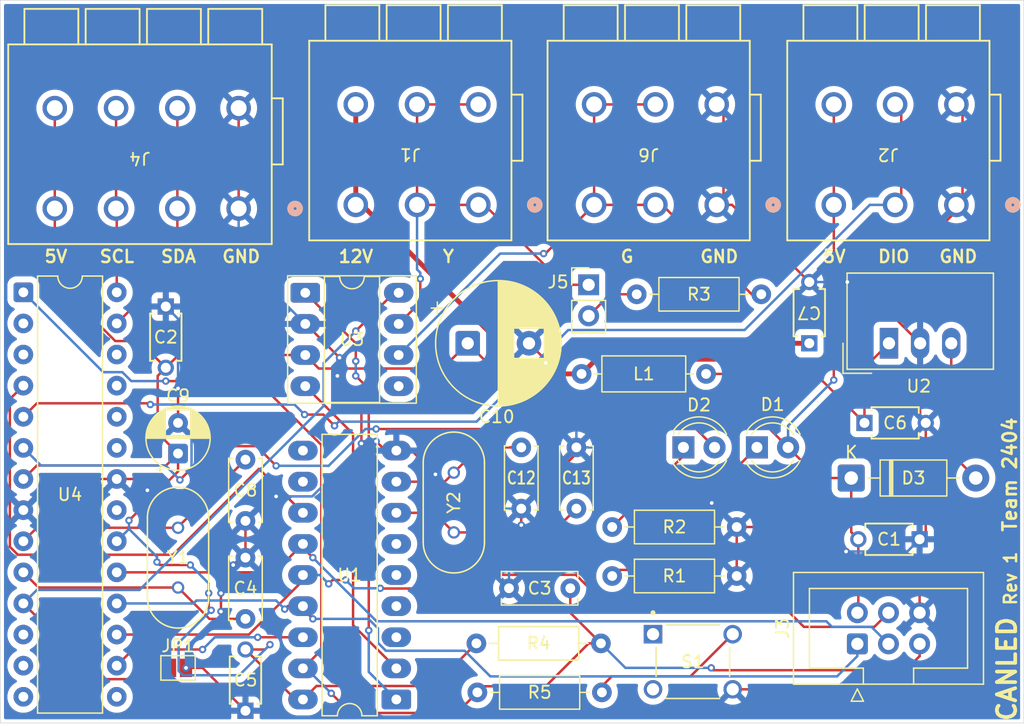
<source format=kicad_pcb>
(kicad_pcb (version 20241229) (generator "pcbnew") (generator_version "9.0")
  (layers (0 "F.Cu" signal) (2 "B.Cu" signal) (13 "F.Paste" user) (15 "B.Paste" user) (5 "F.SilkS" user "F.Silkscreen") (7 "B.SilkS" user "B.Silkscreen") (1 "F.Mask" user) (3 "B.Mask" user) (25 "Edge.Cuts" user))
  (net 0 "")
  (net 1 "+5V")
  (net 2 "GND")
  (net 3 "RST")
  (net 4 "+12V")
  (net 5 "O1")
  (net 6 "O2")
  (net 7 "Net-(D1-K)")
  (net 8 "LED1")
  (net 9 "Net-(D2-K)")
  (net 10 "Net-(D3-A)")
  (net 11 "CANLN")
  (net 12 "CANHP")
  (net 13 "DIO")
  (net 14 "SCK")
  (net 15 "MISO")
  (net 16 "MOSI")
  (net 17 "Net-(R5-Pad1)")
  (net 21 "TXCAN")
  (net 23 "INT")
  (net 25 "SS")
  (net 26 "RXCAN")
  (net 31 "Net-(U4-XTAL2{slash}PB7)")
  (net 32 "Net-(U4-XTAL1{slash}PB6)")
  (net 44 "Net-(U2-Vin)")
  (net 45 "Net-(J5-Pin_2)")
  (net 46 "STBY")
  (net 47 "SCL")
  (net 48 "SDA")
  (footprint "Resistor_THT:R_Axial_DIN0207_L6.3mm_D2.5mm_P10.16mm_Horizontal" (layer "F.Cu") (at 150.34 93)
    (property "Reference" "R4")
    (property "Value" "10 K")
  )
  (footprint "Converter_DCDC:Converter_DCDC_TRACO_TSR-1_THT" (layer "F.Cu") (at 184 68.5)
    (property "Reference" "U2")
    (property "Value" "TSR_1-2450")
  )
  (footprint "Inductor_THT:L_Axial_L6.6mm_D2.7mm_P10.16mm_Horizontal_Vishay_IM-2" (layer "F.Cu") (at 158.92 71)
    (property "Reference" "L1")
    (property "Value" "5.6 uH")
  )
  (footprint "Package_DIP:DIP-8_W7.62mm_Socket_LongPads" (layer "F.Cu") (at 136.38 64.38)
    (property "Reference" "U3")
    (property "Value" "MCP2561-E_SN")
  )
  (footprint "footprints:K104K10X7RF5UH5_VIS" (layer "F.Cu") (at 131.5 98.5 90)
    (property "Reference" "C5")
    (property "Value" "100 n")
  )
  (footprint "Capacitor_THT:CP_Radial_D5.0mm_P2.50mm" (layer "F.Cu") (at 126 77.5 90)
    (property "Reference" "C9")
    (property "Value" "10 u")
  )
  (footprint "Resistor_THT:R_Axial_DIN0207_L6.3mm_D2.5mm_P10.16mm_Horizontal" (layer "F.Cu") (at 161.42 87.5)
    (property "Reference" "R1")
    (property "Value" "560")
  )
  (footprint "footprints:K104K10X7RF5UH5_VIS" (layer "F.Cu") (at 186.5 84.5 180)
    (property "Reference" "C1")
    (property "Value" "100 n")
  )
  (footprint "footprints:K104K10X7RF5UH5_VIS" (layer "F.Cu") (at 182 75)
    (property "Reference" "C6")
    (property "Value" "1 u")
  )
  (footprint "ABL-16.000MHZ-B2:XTAL_HC49P488W46L1150T500H350" (layer "F.Cu") (at 148.5 81.5 -90)
    (property "Reference" "Y2")
    (property "Value" "8 MHz" (hide yes))
  )
  (footprint "TS02_66_55_BK_100_LCR_D:SW_TS02-66-55-BK-100-LCR-D" (layer "F.Cu") (at 168 94.5)
    (property "Reference" "S1")
    (property "Value" "TS02-66-55-BK-100-LCR-D" (hide yes))
  )
  (footprint "Resistor_THT:R_Axial_DIN0207_L6.3mm_D2.5mm_P10.16mm_Horizontal" (layer "F.Cu") (at 161.42 83.5)
    (property "Reference" "R2")
    (property "Value" "560")
  )
  (footprint "Capacitor_THT:CP_Radial_D10.0mm_P5.00mm" (layer "F.Cu") (at 149.6323 68.5)
    (property "Reference" "C10")
    (property "Value" "1000 u")
  )
  (footprint "Resistor_THT:R_Axial_DIN0207_L6.3mm_D2.5mm_P10.16mm_Horizontal" (layer "F.Cu") (at 163.42 64.5)
    (property "Reference" "R3")
    (property "Value" "120")
  )
  (footprint "footprints:K104K10X7RF5UH5_VIS" (layer "F.Cu") (at 177.5 68.499995 90)
    (property "Reference" "C7")
    (property "Value" "1 u")
  )
  (footprint "Package_DIP:DIP-18_W7.62mm_LongPads" (layer "F.Cu") (at 143.81 97.58 180)
    (property "Reference" "U1")
    (property "Value" "MCP2515-I_SO")
  )
  (footprint "2604-1103-1:CONN3_2604-1103_WAG" (layer "F.Cu") (at 189.5 57.199999 180)
    (property "Reference" "J2")
    (property "Value" "2604-1103")
  )
  (footprint "2604-1103-1:CONN3_2604-1103_WAG" (layer "F.Cu") (at 169.9451 57.2 180)
    (property "Reference" "J6")
    (property "Value" "2604-1103")
  )
  (footprint "Capacitor_THT:C_Disc_D6.0mm_W2.5mm_P5.00mm" (layer "F.Cu") (at 158 88.5 180)
    (property "Reference" "C3")
    (property "Value" "0.1 u")
  )
  (footprint "LED_THT:LED_D4.0mm" (layer "F.Cu") (at 173.23 77)
    (property "Reference" "D1")
    (property "Value" "BLUE")
  )
  (footprint "Connector_PinHeader_2.54mm:PinHeader_1x02_P2.54mm_Vertical" (layer "F.Cu") (at 159.5 63.725)
    (property "Reference" "J5")
    (property "Value" "Conn_01x02_Socket" (hide yes))
  )
  (footprint "LED_THT:LED_D4.0mm" (layer "F.Cu") (at 167.23 77)
    (property "Reference" "D2")
    (property "Value" "GREEN")
  )
  (footprint "Capacitor_THT:C_Disc_D5.0mm_W2.5mm_P5.00mm" (layer "F.Cu") (at 131.5 83 90)
    (property "Reference" "C8")
    (property "Value" "22 p")
  )
  (footprint "footprints:K104K10X7RF5UH5_VIS" (layer "F.Cu") (at 125 65.5 -90)
    (property "Reference" "C2")
    (property "Value" "100 n")
  )
  (footprint "Resistor_THT:R_Axial_DIN0207_L6.3mm_D2.5mm_P10.16mm_Horizontal" (layer "F.Cu") (at 160.58 97 180)
    (property "Reference" "R5")
    (property "Value" "1 K")
  )
  (footprint "2604-1104-1:CONN4_2604-1104_WAG" (layer "F.Cu") (at 130.9451 57.5 180)
    (property "Reference" "J4")
    (property "Value" "Conn_01x04_Socket")
  )
  (footprint "Diode_THT:D_DO-41_SOD81_P10.16mm_Horizontal" (layer "F.Cu") (at 180.92 79.5)
    (property "Reference" "D3")
    (property "Value" "D_Schottky")
  )
  (footprint "Capacitor_THT:C_Disc_D5.0mm_W2.5mm_P5.00mm" (layer "F.Cu") (at 131.5 91 90)
    (property "Reference" "C4")
    (property "Value" "22 p")
  )
  (footprint "Capacitor_THT:C_Disc_D5.0mm_W2.5mm_P5.00mm" (layer "F.Cu") (at 154 82 90)
    (property "Reference" "C12")
    (property "Value" "22 p" (hide yes))
  )
  (footprint "Connector_IDC:IDC-Header_2x03_P2.54mm_Vertical" (layer "F.Cu") (at 181.42 93.04 90)
    (property "Reference" "J3")
    (property "Value" "AVR-ISP-6" (hide yes))
  )
  (footprint "Capacitor_THT:C_Disc_D5.0mm_W2.5mm_P5.00mm" (layer "F.Cu") (at 158.5 77 -90)
    (property "Reference" "C13")
    (property "Value" "22 p")
  )
  (footprint "ABL-16.000MHZ-B2:XTAL_HC49P488W46L1150T500H350" (layer "F.Cu") (at 126 86 -90)
    (property "Reference" "Y1")
    (property "Value" "16 MHz" (hide yes))
  )
  (footprint "Jumper:SolderJumper-2_P1.3mm_Open_Pad1.0x1.5mm" (layer "F.Cu") (at 126 95)
    (property "Reference" "JP1")
    (property "Value" "SolderJumper_2_Open" (hide yes))
  )
  (footprint "2604-1103-1:CONN3_2604-1103_WAG" (layer "F.Cu") (at 150.5 57.199999 180)
    (property "Reference" "J1")
    (property "Value" "2604-1103")
  )
  (footprint "Package_DIP:DIP-28_W7.62mm" (layer "F.Cu") (at 113.38 64.34)
    (property "Reference" "U4")
    (property "Value" "ATmega328-P")
  )
  (gr_rect (start 111.5 40.5) (end 195 99.5) (stroke (width 0.05)) (fill no) (layer "Edge.Cuts"))
  (gr_text "SDA" (at 124.5 62 0) (layer "F.SilkS") (effects (font (size 1 1) (thickness 0.2) (bold yes)) (justify left bottom)))
  (gr_text "Y" (at 147.5 62 0) (layer "F.SilkS") (effects (font (size 1 1) (thickness 0.2) (bold yes)) (justify left bottom)))
  (gr_text "GND" (at 168.5 62 0) (layer "F.SilkS") (effects (font (size 1 1) (thickness 0.2) (bold yes)) (justify left bottom)))
  (gr_text "G" (at 162 62 0) (layer "F.SilkS") (effects (font (size 1 1) (thickness 0.2) (bold yes)) (justify left bottom)))
  (gr_text "5V" (at 178.5 62 0) (layer "F.SilkS") (effects (font (size 1 1) (thickness 0.2) (bold yes)) (justify left bottom)))
  (gr_text "GND" (at 188 62 0) (layer "F.SilkS") (effects (font (size 1 1) (thickness 0.2) (bold yes)) (justify left bottom)))
  (gr_text "5V" (at 115 62 0) (layer "F.SilkS") (effects (font (size 1 1) (thickness 0.2) (bold yes)) (justify left bottom)))
  (gr_text "SCL" (at 119.5 62 0) (layer "F.SilkS") (effects (font (size 1 1) (thickness 0.2) (bold yes)) (justify left bottom)))
  (gr_text "DIO" (at 183 62 0) (layer "F.SilkS") (effects (font (size 1 1) (thickness 0.2) (bold yes)) (justify left bottom)))
  (gr_text "GND" (at 129.5 62 0) (layer "F.SilkS") (effects (font (size 1 1) (thickness 0.2) (bold yes)) (justify left bottom)))
  (gr_text "Team 2404" (at 194.5 84 90) (layer "F.SilkS") (effects (font (size 1.1 1.1) (thickness 0.22) (bold yes)) (justify left bottom)))
  (gr_text "CANLED" (at 194.5 99.5 90) (layer "F.SilkS") (effects (font (size 1.5 1.5) (thickness 0.3) (bold yes)) (justify left bottom)))
  (gr_text "Rev 1" (at 194.5 90 90) (layer "F.SilkS") (effects (font (size 1 1) (thickness 0.2) (bold yes)) (justify left bottom)))
  (gr_text "12V" (at 139 62 0) (layer "F.SilkS") (effects (font (size 1 1) (thickness 0.2) (bold yes)) (justify left bottom)))
  (segment (start 126 78.96) (end 122 82.96) (width 0.2) (layer "F.Cu") (net 1))
  (segment (start 128.5 88.9) (end 128.5 90.09147) (width 0.2) (layer "F.Cu") (net 1))
  (segment (start 179.5 71.5) (end 179.5 57.199999) (width 0.2) (layer "F.Cu") (net 1))
  (segment (start 122.81901 68.319) (end 125 70.49999) (width 0.2) (layer "F.Cu") (net 1))
  (segment (start 115.945099 63.382149) (end 120.88195 68.319) (width 0.2) (layer "F.Cu") (net 1))
  (segment (start 146.861 96.479) (end 137.291 96.479) (width 0.2) (layer "F.Cu") (net 1))
  (segment (start 124.3396 71.16039) (end 124.3396 75.8396) (width 0.2) (layer "F.Cu") (net 1))
  (segment (start 180.92 83.91999) (end 181.50001 84.5) (width 0.2) (layer "F.Cu") (net 1))
  (segment (start 124.522424 86.6) (end 127 86.6) (width 0.2) (layer "F.Cu") (net 1))
  (segment (start 149.6323 68.5) (end 156.3043 75.172) (width 0.2) (layer "F.Cu") (net 1))
  (segment (start 120.88195 68.319) (end 122.81901 68.319) (width 0.2) (layer "F.Cu") (net 1))
  (segment (start 115.945099 57.5) (end 115.945099 63.382149) (width 0.2) (layer "F.Cu") (net 1))
  (segment (start 173.942 75.172) (end 175.77 77) (width 0.2) (layer "F.Cu") (net 1))
  (segment (start 136.38 69.46) (end 137.481 70.561) (width 0.2) (layer "F.Cu") (net 1))
  (segment (start 115.945099 49.300001) (end 115.945099 57.5) (width 0.2) (layer "F.Cu") (net 1))
  (segment (start 180.92 79.5) (end 180.92 83.91999) (width 0.2) (layer "F.Cu") (net 1))
  (segment (start 125 70.49999) (end 124.3396 71.16039) (width 0.2) (layer "F.Cu") (net 1))
  (segment (start 125.021 78.479) (end 114.481 78.479) (width 0.2) (layer "F.Cu") (net 1))
  (segment (start 147.5713 70.561) (end 149.6323 68.5) (width 0.2) (layer "F.Cu") (net 1))
  (segment (start 178.27 79.5) (end 175.77 77) (width 0.2) (layer "F.Cu") (net 1))
  (segment (start 114.481 78.479) (end 113.38 79.58) (width 0.2) (layer "F.Cu") (net 1))
  (segment (start 150.34 93) (end 146.861 96.479) (width 0.2) (layer "F.Cu") (net 1))
  (segment (start 124.283424 86.361) (end 124.522424 86.6) (width 0.2) (layer "F.Cu") (net 1))
  (segment (start 124.3396 75.8396) (end 126 77.5) (width 0.2) (layer "F.Cu") (net 1))
  (segment (start 128.5 90.09147) (end 128.704265 90.295735) (width 0.2) (layer "F.Cu") (net 1))
  (segment (start 137.291 96.479) (end 136.19 97.58) (width 0.2) (layer "F.Cu") (net 1))
  (segment (start 137.481 70.561) (end 147.5713 70.561) (width 0.2) (layer "F.Cu") (net 1))
  (segment (start 136.19 97.58) (end 135.57999 97.58) (width 0.2) (layer "F.Cu") (net 1))
  (segment (start 131.5 93.50001) (end 133.09999 93.50001) (width 0.2) (layer "F.Cu") (net 1))
  (segment (start 126 77.5) (end 125.021 78.479) (width 0.2) (layer "F.Cu") (net 1))
  (segment (start 179.5 57.199999) (end 179.5 49) (width 0.2) (layer "F.Cu") (net 1))
  (segment (start 126 77.5) (end 126 78.96) (width 0.2) (layer "F.Cu") (net 1))
  (segment (start 126.03999 69.46) (end 136.38 69.46) (width 0.2) (layer "F.Cu") (net 1))
  (segment (start 156.3043 75.172) (end 173.942 75.172) (width 0.2) (layer "F.Cu") (net 1))
  (segment (start 181.50001 90.41999) (end 181.42 90.5) (width 0.2) (layer "F.Cu") (net 1))
  (segment (start 180.92 79.5) (end 178.27 79.5) (width 0.2) (layer "F.Cu") (net 1))
  (segment (start 181.50001 84.5) (end 181.50001 90.41999) (width 0.2) (layer "F.Cu") (net 1))
  (segment (start 133.09999 93.50001) (end 133.5 93.1) (width 0.2) (layer "F.Cu") (net 1))
  (segment (start 135.57999 97.58) (end 131.5 93.50001) (width 0.2) (layer "F.Cu") (net 1))
  (segment (start 125 70.49999) (end 126.03999 69.46) (width 0.2) (layer "F.Cu") (net 1))
  (via (at 122 82.96) (size 0.6) (drill 0.3) (layers "F.Cu" "B.Cu") (net 1))
  (via (at 179.5 71.5) (size 0.6) (drill 0.3) (layers "F.Cu" "B.Cu") (net 1))
  (via (at 127 86.6) (size 0.6) (drill 0.3) (layers "F.Cu" "B.Cu") (net 1))
  (via (at 124.283424 86.361) (size 0.6) (drill 0.3) (layers "F.Cu" "B.Cu") (net 1))
  (via (at 133.5 93.1) (size 0.6) (drill 0.3) (layers "F.Cu" "B.Cu") (net 1))
  (via (at 128.704265 90.295735) (size 0.6) (drill 0.3) (layers "F.Cu" "B.Cu") (net 1))
  (via (at 128.5 88.9) (size 0.6) (drill 0.3) (layers "F.Cu" "B.Cu") (net 1))
  (segment (start 133.5 93.1) (end 130.999 95.601) (width 0.2) (layer "B.Cu") (net 1))
  (segment (start 122 83.66) (end 121 84.66) (width 0.2) (layer "B.Cu") (net 1))
  (segment (start 126.401057 95.601) (end 126.049 95.248943) (width 0.2) (layer "B.Cu") (net 1))
  (segment (start 124.283424 85.943424) (end 124.283424 86.361) (width 0.2) (layer "B.Cu") (net 1))
  (segment (start 175.77 75.23) (end 175.77 77) (width 0.2) (layer "B.Cu") (net 1))
  (segment (start 127 86.6) (end 128.5 88.1) (width 0.2) (layer "B.Cu") (net 1))
  (segment (start 126.049 92.951) (end 128.704265 90.295735) (width 0.2) (layer "B.Cu") (net 1))
  (segment (start 122 83.66) (end 124.283424 85.943424) (width 0.2) (layer "B.Cu") (net 1))
  (segment (start 130.999 95.601) (end 126.401057 95.601) (width 0.2) (layer "B.Cu") (net 1))
  (segment (start 122 82.96) (end 122 83.66) (width 0.2) (layer "B.Cu") (net 1))
  (segment (start 179.5 71.5) (end 175.77 75.23) (width 0.2) (layer "B.Cu") (net 1))
  (segment (start 128.5 88.1) (end 128.5 88.9) (width 0.2) (layer "B.Cu") (net 1))
  (segment (start 126.049 95.248943) (end 126.049 92.951) (width 0.2) (layer "B.Cu") (net 1))
  (segment (start 126 75) (end 126 72.187393) (width 0.2) (layer "F.Cu") (net 2))
  (segment (start 145.06 77.26) (end 147 79.2) (width 0.2) (layer "F.Cu") (net 2))
  (segment (start 178.5 83.5) (end 180.5 85.5) (width 0.2) (layer "F.Cu") (net 2))
  (segment (start 126.65 95) (end 128 95) (width 0.2) (layer "F.Cu") (net 2))
  (segment (start 188.5 92.5) (end 188.5 93.66776) (width 0.2) (layer "F.Cu") (net 2))
  (segment (start 134 81) (end 133.5 81) (width 0.2) (layer "F.Cu") (net 2))
  (segment (start 140.959265 74) (end 140.959265 73.120265) (width 0.2) (layer "F.Cu") (net 2))
  (segment (start 186.99999 84.00001) (end 186.5 84.5) (width 0.2) (layer "F.Cu") (net 2))
  (segment (start 133.5 81) (end 131.5 83) (width 0.2) (layer "F.Cu") (net 2))
  (segment (start 136.42 66.92) (end 136.38 66.92) (width 0.2) (layer "F.Cu") (net 2))
  (segment (start 154 82) (end 154 83.34) (width 0.2) (layer "F.Cu") (net 2))
  (segment (start 154.6323 68.5) (end 156 69.8677) (width 0.2) (layer "F.Cu") (net 2))
  (segment (start 131.5 83) (end 131.5 86) (width 0.2) (layer "F.Cu") (net 2))
  (segment (start 128 95) (end 131.5 98.5) (width 0.2) (layer "F.Cu") (net 2))
  (segment (start 130.9451 49.300001) (end 130.9451 57.5) (width 0.2) (layer "F.Cu") (net 2))
  (segment (start 143.81 77.26) (end 142.919265 77.26) (width 0.2) (layer "F.Cu") (net 2))
  (segment (start 126 75) (end 126 75.5) (width 0.2) (layer "F.Cu") (net 2))
  (segment (start 186.54 68.5) (end 181.54 63.5) (width 0.2) (layer "F.Cu") (net 2))
  (segment (start 139.174265 69.674265) (end 136.42 66.92) (width 0.2) (layer "F.Cu") (net 2))
  (segment (start 171.58 83.5) (end 178.5 83.5) (width 0.2) (layer "F.Cu") (net 2))
  (segment (start 140.959265 73.120265) (end 139 71.161) (width 0.2) (layer "F.Cu") (net 2))
  (segment (start 171.58 83.5) (end 171.58 87) (width 0.2) (layer "F.Cu") (net 2))
  (segment (start 186.99999 75) (end 186.99999 74.99999) (width 0.2) (layer "F.Cu") (net 2))
  (segment (start 131.5 86) (end 131.1 86) (width 0.2) (layer "F.Cu") (net 2))
  (segment (start 186.99999 75) (end 186.99999 84.00001) (width 0.2) (layer "F.Cu") (net 2))
  (segment (start 115.92 79.58) (end 113.38 82.12) (width 0.2) (layer "F.Cu") (net 2))
  (segment (start 142.919265 77.26) (end 142.159265 76.5) (width 0.2) (layer "F.Cu") (net 2))
  (segment (start 171.58 83.5) (end 169.619265 81.539265) (width 0.2) (layer "F.Cu") (net 2))
  (segment (start 188.5 93.66776) (end 185.41776 96.75) (width 0.2) (layer "F.Cu") (net 2))
  (segment (start 156 69.8677) (end 156 70.1) (width 0.2) (layer "F.Cu") (net 2))
  (segment (start 169.619265 81.539265) (end 169.539265 81.539265) (width 0.2) (layer "F.Cu") (net 2))
  (segment (start 181.54 63.5) (end 180.6 63.5) (width 0.2) (layer "F.Cu") (net 2))
  (segment (start 121 79.58) (end 115.92 79.58) (width 0.2) (layer "F.Cu") (net 2))
  (segment (start 186.54 60.66) (end 190 57.2) (width 0.2) (layer "F.Cu") (net 2))
  (segment (start 126 75) (end 125.5 75) (width 0.2) (layer "F.Cu") (net 2))
  (segment (start 122.58 79.58) (end 123.5 80.5) (width 0.2) (layer "F.Cu") (net 2))
  (segment (start 140.959265 76.680263) (end 140.959265 74) (width 0.2) (layer "F.Cu") (net 2))
  (segment (start 185.41776 96.75) (end 171.25 96.75) (width 0.2) (layer "F.Cu") (net 2))
  (segment (start 154 82) (end 158.5 77.5) (width 0.2) (layer "F.Cu") (net 2))
  (segment (start 190 49.000001) (end 190 57.2) (width 0.2) (layer "F.Cu") (net 2))
  (segment (start 186.54 68.5) (end 186.54 60.66) (width 0.2) (layer "F.Cu") (net 2))
  (segment (start 131.1 86) (end 130.5 86.6) (width 0.2) (layer "F.Cu") (net 2))
  (segment (start 186.5 90.5) (end 188.5 92.5) (width 0.2) (layer "F.Cu") (net 2))
  (segment (start 121 79.58) (end 122.58 79.58) (width 0.2) (layer "F.Cu") (net 2))
  (segment (start 186.99999 74.99999) (end 186.54 74.54) (width 0.2) (layer "F.Cu") (net 2))
  (segment (start 143.81 77.26) (end 145.06 77.26) (width 0.2) (layer "F.Cu") (net 2))
  (segment (start 186.54 74.54) (end 186.54 68.5) (width 0.2) (layer "F.Cu") (net 2))
  (segment (start 171.199995 57.2) (end 170.5 57.2) (width 0.2) (layer "F.Cu") (net 2))
  (segment (start 129.5 88.9) (end 129.5 90.4) (width 0.2) (layer "F.Cu") (net 2))
  (segment (start 186.5 84.5) (end 186.5 90.5) (width 0.2) (layer "F.Cu") (net 2))
  (segment (start 170.5 57.2) (end 170.5 49.000001) (width 0.2) (layer "F.Cu") (net 2))
  (segment (start 177.5 63.500005) (end 171.199995 57.2) (width 0.2) (layer "F.Cu") (net 2))
  (segment (start 158.5 77.5) (end 158.5 77) (width 0.2) (layer "F.Cu") (net 2))
  (via (at 129.5 90.4) (size 0.6) (drill 0.3) (layers "F.Cu" "B.Cu") (net 2))
  (via (at 142.159265 76.5) (size 0.6) (drill 0.3) (layers "F.Cu" "B.Cu") (net 2))
  (via (at 180.6 63.5) (size 0.6) (drill 0.3) (layers "F.Cu" "B.Cu") (net 2))
  (via (at 140.959265 76.680263) (size 0.6) (drill 0.3) (layers "F.Cu" "B.Cu") (net 2))
  (via (at 129.5 88.9) (size 0.6) (drill 0.3) (layers "F.Cu" "B.Cu") (net 2))
  (via (at 130.5 86.6) (size 0.6) (drill 0.3) (layers "F.Cu" "B.Cu") (net 2))
  (via (at 126.65 95) (size 0.6) (drill 0.3) (layers "F.Cu" "B.Cu") (net 2))
  (via (at 139 71.161) (size 0.6) (drill 0.3) (layers "F.Cu" "B.Cu") (net 2))
  (via (at 134 81) (size 0.6) (drill 0.3) (layers "F.Cu" "B.Cu") (net 2))
  (via (at 180.5 85.5) (size 0.6) (drill 0.3) (layers "F.Cu" "B.Cu") (net 2))
  (via (at 169.539265 81.539265) (size 0.6) (drill 0.3) (layers "F.Cu" "B.Cu") (net 2))
  (via (at 126 72.187393) (size 0.6) (drill 0.3) (layers "F.Cu" "B.Cu") (net 2))
  (via (at 154 83.34) (size 0.6) (drill 0.3) (layers "F.Cu" "B.Cu") (net 2))
  (via (at 147 79.2) (size 0.6) (drill 0.3) (layers "F.Cu" "B.Cu") (net 2))
  (via (at 156 70.1) (size 0.6) (drill 0.3) (layers "F.Cu" "B.Cu") (net 2))
  (via (at 139.174265 69.674265) (size 0.6) (drill 0.3) (layers "F.Cu" "B.Cu") (net 2))
  (via (at 123.5 80.5) (size 0.6) (drill 0.3) (layers "F.Cu" "B.Cu") (net 2))
  (segment (start 179.999995 63.500005) (end 177.5 63.500005) (width 0.2) (layer "B.Cu") (net 2))
  (segment (start 130.9451 57.5) (end 125 63.4451) (width 0.2) (layer "B.Cu") (net 2))
  (segment (start 127.101 76.101) (end 126 75) (width 0.2) (layer "B.Cu") (net 2))
  (segment (start 126 72.187393) (end 126 66.5) (width 0.2) (layer "B.Cu") (net 2))
  (segment (start 147 79.2) (end 149.8 82) (width 0.2) (layer "B.Cu") (net 2))
  (segment (start 123.5 80.5) (end 126.5 80.5) (width 0.2) (layer "B.Cu") (net 2))
  (segment (start 154 83.5) (end 153 84.5) (width 0.2) (layer "B.Cu") (net 2))
  (segment (start 156 70.1) (end 157.7 71.8) (width 0.2) (layer "B.Cu") (net 2))
  (segment (start 164.5 77) (end 158.5 77) (width 0.2) (layer "B.Cu") (net 2))
  (segment (start 126 66.5) (end 125 65.5) (width 0.2) (layer "B.Cu") (net 2))
  (segment (start 158.5 72.6) (end 158.5 77) (width 0.2) (layer "B.Cu") (net 2))
  (segment (start 149.8 82) (end 154 82) (width 0.2) (layer "B.Cu") (net 2))
  (segment (start 185.5 85.5) (end 186.5 84.5) (width 0.2) (layer "B.Cu") (net 2))
  (segment (start 134 81) (end 136.947049 81) (width 0.2) (layer "B.Cu") (net 2))
  (segment (start 136.947049 81) (end 140.959265 76.987784) (width 0.2) (layer "B.Cu") (net 2))
  (segment (start 130.9451 57.5) (end 130.9451 61.4851) (width 0.2) (layer "B.Cu") (net 2))
  (segment (start 139 69.84853) (end 139.174265 69.674265) (width 0.2) (layer "B.Cu") (net 2))
  (segment (start 140.959265 76.987784) (end 140.959265 76.680263) (width 0.2) (layer "B.Cu") (net 2))
  (segment (start 125 63.4451) (end 125 65.5) (width 0.2) (layer "B.Cu") (net 2))
  (segment (start 126.65 93.53) (end 126.65 95) (width 0.2) (layer "B.Cu") (net 2))
  (segment (start 169.539265 81.539265) (end 169.039265 81.539265) (width 0.2) (layer "B.Cu") (net 2))
  (segment (start 127.101 79.899) (end 127.101 76.101) (width 0.2) (layer "B.Cu") (net 2))
  (segment (start 180 63.5) (end 179.999995 63.500005) (width 0.2) (layer "B.Cu") (net 2))
  (segment (start 180.5 85.5) (end 185.5 85.5) (width 0.2) (layer "B.Cu") (net 2))
  (segment (start 157.7 71.8) (end 158.5 72.6) (width 0.2) (layer "B.Cu") (net 2))
  (segment (start 129.5 90.4) (end 129.5 90.68) (width 0.2) (layer "B.Cu") (net 2))
  (segment (start 153 84.5) (end 153 88.5) (width 0.2) (layer "B.Cu") (net 2))
  (segment (start 141.139528 76.5) (end 140.959265 76.680263) (width 0.2) (layer "B.Cu") (net 2))
  (segment (start 129.5 87.6) (end 129.5 88.9) (width 0.2) (layer "B.Cu") (net 2))
  (segment (start 130.9451 61.4851) (end 136.38 66.92) (width 0.2) (layer "B.Cu") (net 2))
  (segment (start 142.159265 76.5) (end 141.139528 76.5) (width 0.2) (layer "B.Cu") (net 2))
  (segment (start 126.5 80.5) (end 127.101 79.899) (width 0.2) (layer "B.Cu") (net 2))
  (segment (start 180.6 63.5) (end 180 63.5) (width 0.2) (layer "B.Cu") (net 2))
  (segment (start 154 83.34) (end 154 83.5) (width 0.2) (layer "B.Cu") (net 2))
  (segment (start 139 71.161) (end 139 69.84853) (width 0.2) (layer "B.Cu") (net 2))
  (segment (start 130.5 86.6) (end 129.5 87.6) (width 0.2) (layer "B.Cu") (net 2))
  (segment (start 129.5 90.68) (end 126.65 93.53) (width 0.2) (layer "B.Cu") (net 2))
  (segment (start 169.039265 81.539265) (end 164.5 77) (width 0.2) (layer "B.Cu") (net 2))
  (segment (start 185.349 95.191) (end 169.691 95.191) (width 0.2) (layer "F.Cu") (net 3))
  (segment (start 137.691 93.539) (end 137.691 76.803951) (width 0.2) (layer "F.Cu") (net 3))
  (segment (start 186.5 94.04) (end 186.5 93.04) (width 0.2) (layer "F.Cu") (net 3))
  (segment (start 132.474442 71.587393) (end 125 71.587393) (width 0.2) (layer "F.Cu") (net 3))
  (segment (start 148.739 98.681) (end 140.102 98.681) (width 0.2) (layer "F.Cu") (net 3))
  (segment (start 158 90.5) (end 160.5 93) (width 0.2) (layer "F.Cu") (net 3))
  (segment (start 159.5 93) (end 156 96.5) (width 0.2) (layer "F.Cu") (net 3))
  (segment (start 158 88.5) (end 158 90.5) (width 0.2) (layer "F.Cu") (net 3))
  (segment (start 156 96.5) (end 150.42 96.5) (width 0.2) (layer "F.Cu") (net 3))
  (segment (start 137.691 76.803951) (end 132.474442 71.587393) (width 0.2) (layer "F.Cu") (net 3))
  (segment (start 150.42 97) (end 148.739 98.681) (width 0.2) (layer "F.Cu") (net 3))
  (segment (start 169.691 95.191) (end 169.5 95) (width 0.2) (layer "F.Cu") (net 3))
  (segment (start 136.19 95.04) (end 137.691 93.539) (width 0.2) (layer "F.Cu") (net 3))
  (segment (start 160.5 93) (end 159.5 93) (width 0.2) (layer "F.Cu") (net 3))
  (segment (start 140.102 98.681) (end 138.5 97.079) (width 0.2) (layer "F.Cu") (net 3))
  (segment (start 186.5 94.04) (end 185.349 95.191) (width 0.2) (layer "F.Cu") (net 3))
  (via (at 169.5 95) (size 0.6) (drill 0.3) (layers "F.Cu" "B.Cu") (net 3))
  (via (at 138.5 97.079) (size 0.6) (drill 0.3) (layers "F.Cu" "B.Cu") (net 3))
  (via (at 125 71.587393) (size 0.6) (drill 0.3) (layers "F.Cu" "B.Cu") (net 3))
  (segment (start 125 71.587393) (end 122.184443 71.587393) (width 0.2) (layer "B.Cu") (net 3))
  (segment (start 136.461 95.04) (end 136.19 95.04) (width 0.2) (layer "B.Cu") (net 3))
  (segment (start 119.899 70.859) (end 113.38 64.34) (width 0.2) (layer "B.Cu") (net 3))
  (segment (start 169.5 95) (end 162.5 95) (width 0.2) (layer "B.Cu") (net 3))
  (segment (start 121.45605 70.859) (end 119.899 70.859) (width 0.2) (layer "B.Cu") (net 3))
  (segment (start 162.5 95) (end 160.5 93) (width 0.2) (layer "B.Cu") (net 3))
  (segment (start 122.184443 71.587393) (end 121.45605 70.859) (width 0.2) (layer "B.Cu") (net 3))
  (segment (start 138.5 97.079) (end 136.461 95.04) (width 0.2) (layer "B.Cu") (net 3))
  (segment (start 141 57.2) (end 154.8 71) (width 0.4) (layer "F.Cu") (net 4))
  (segment (start 140.5 49) (end 140.5 57.199999) (width 0.4) (layer "F.Cu") (net 4))
  (segment (start 172.701 69.799) (end 160.121 69.799) (width 0.4) (layer "F.Cu") (net 4))
  (segment (start 154.8 71) (end 158.92 71) (width 0.4) (layer "F.Cu") (net 4))
  (segment (start 174.000005 68.499995) (end 177.5 68.499995) (width 0.4) (layer "F.Cu") (net 4))
  (segment (start 160.121 69.799) (end 158.92 71) (width 0.4) (layer "F.Cu") (net 4))
  (segment (start 172.701 69.799) (end 174.000005 68.499995) (width 0.4) (layer "F.Cu") (net 4))
  (segment (start 143.81 79.8) (end 147.76 79.8) (width 0.2) (layer "F.Cu") (net 5))
  (segment (start 148.5 79.06) (end 150.56 77) (width 0.2) (layer "F.Cu") (net 5))
  (segment (start 147.76 79.8) (end 148.5 79.06) (width 0.2) (layer "F.Cu") (net 5))
  (segment (start 150.56 77) (end 154 77) (width 0.2) (layer "F.Cu") (net 5))
  (segment (start 158.5 82) (end 156.56 83.94) (width 0.2) (layer "F.Cu") (net 6))
  (segment (start 146.9 82.34) (end 148.5 83.94) (width 0.2) (layer "F.Cu") (net 6))
  (segment (start 156.56 83.94) (end 148.5 83.94) (width 0.2) (layer "F.Cu") (net 6))
  (segment (start 143.81 82.34) (end 146.9 82.34) (width 0.2) (layer "F.Cu") (net 6))
  (segment (start 163.23 87) (end 161.42 87) (width 0.2) (layer "F.Cu") (net 7))
  (segment (start 173.23 77) (end 163.23 87) (width 0.2) (layer "F.Cu") (net 7))
  (segment (start 132.399 76.899) (end 128.90953 76.899) (width 0.2) (layer "F.Cu") (net 8))
  (segment (start 134 78.5) (end 132.399 76.899) (width 0.2) (layer "F.Cu") (net 8))
  (segment (start 128.90953 76.899) (end 126.154265 79.654265) (width 0.2) (layer "F.Cu") (net 8))
  (segment (start 169.77 77) (end 168.27 75.5) (width 0.2) (layer "F.Cu") (net 8))
  (segment (start 168.27 75.5) (end 142.159265 75.5) (width 0.2) (layer "F.Cu") (net 8))
  (via (at 126.154265 79.654265) (size 0.6) (drill 0.3) (layers "F.Cu" "B.Cu") (net 8))
  (via (at 142.159265 75.5) (size 0.6) (drill 0.3) (layers "F.Cu" "B.Cu") (net 8))
  (via (at 134 78.5) (size 0.6) (drill 0.3) (layers "F.Cu" "B.Cu") (net 8))
  (segment (start 124.979 78.479) (end 114.819 78.479) (width 0.2) (layer "B.Cu") (net 8))
  (segment (start 126.154265 79.654265) (end 124.979 78.479) (width 0.2) (layer "B.Cu") (net 8))
  (segment (start 138.291 78.5) (end 134 78.5) (width 0.2) (layer "B.Cu") (net 8))
  (segment (start 114.819 78.479) (end 113.38 77.04) (width 0.2) (layer "B.Cu") (net 8))
  (segment (start 141.291 75.5) (end 138.291 78.5) (width 0.2) (layer "B.Cu") (net 8))
  (segment (start 142.159265 75.5) (end 141.291 75.5) (width 0.2) (layer "B.Cu") (net 8))
  (segment (start 167.23 77.69) (end 161.42 83.5) (width 0.2) (layer "F.Cu") (net 9))
  (segment (start 167.23 77) (end 167.23 77.69) (width 0.2) (layer "F.Cu") (net 9))
  (segment (start 189.08 68.5) (end 189.08 77.5) (width 0.2) (layer "F.Cu") (net 10))
  (segment (start 189.08 77.5) (end 191.08 79.5) (width 0.2) (layer "F.Cu") (net 10))
  (segment (start 155.824265 61.175735) (end 155.969365 61.175735) (width 0.2) (layer "F.Cu") (net 11))
  (segment (start 160.5 49.000001) (end 165.5 49.000001) (width 0.2) (layer "F.Cu") (net 11))
  (segment (start 160.5 57.2) (end 165.5 57.2) (width 0.2) (layer "F.Cu") (net 11))
  (segment (start 172.8 64.5) (end 173.58 64.5) (width 0.2) (layer "F.Cu") (net 11))
  (segment (start 159.9451 49.000001) (end 159.9451 57.2) (width 0.2) (layer "F.Cu") (net 11))
  (segment (start 165.5 57.2) (end 172.8 64.5) (width 0.2) (layer "F.Cu") (net 11))
  (segment (start 155.969365 61.175735) (end 159.9451 57.2) (width 0.2) (layer "F.Cu") (net 11))
  (via (at 155.824265 61.175735) (size 0.6) (drill 0.3) (layers "F.Cu" "B.Cu") (net 11))
  (segment (start 155.824265 61.175735) (end 152.284265 61.175735) (width 0.2) (layer "B.Cu") (net 11))
  (segment (start 152.284265 61.175735) (end 144 69.46) (width 0.2) (layer "B.Cu") (net 11))
  (segment (start 145.5 57.199999) (end 145.5 49) (width 0.2) (layer "F.Cu") (net 12))
  (segment (start 146 49.000001) (end 151 49.000001) (width 0.2) (layer "F.Cu") (net 12))
  (segment (start 157.525 63.725) (end 159.5 63.725) (width 0.2) (layer "F.Cu") (net 12))
  (segment (start 151 57.2) (end 157.525 63.725) (width 0.2) (layer "F.Cu") (net 12))
  (segment (start 145.763603 65.156397) (end 145.763603 63.236397) (width 0.2) (layer "F.Cu") (net 12))
  (segment (start 144 66.92) (end 145.763603 65.156397) (width 0.2) (layer "F.Cu") (net 12))
  (segment (start 146 57.2) (end 151 57.2) (width 0.2) (layer "F.Cu") (net 12))
  (via (at 145.763603 63.236397) (size 0.6) (drill 0.3) (layers "F.Cu" "B.Cu") (net 12))
  (segment (start 145.763603 63.236397) (end 145.763603 62.736397) (width 0.2) (layer "B.Cu") (net 12))
  (segment (start 145.763603 62.736397) (end 145.5 62.472794) (width 0.2) (layer "B.Cu") (net 12))
  (segment (start 145.5 62.472794) (end 145.5 57.199999) (width 0.2) (layer "B.Cu") (net 12))
  (segment (start 137.85368 74.32221) (end 138.765735 75.234265) (width 0.2) (layer "F.Cu") (net 13))
  (segment (start 136.322211 74.32221) (end 137.85368 74.32221) (width 0.2) (layer "F.Cu") (net 13))
  (segment (start 113.38 74.5) (end 114.481 73.399) (width 0.2) (layer "F.Cu") (net 13))
  (segment (start 123.6386 73.399) (end 123.7396 73.5) (width 0.2) (layer "F.Cu") (net 13))
  (segment (start 114.481 73.399) (end 123.6386 73.399) (width 0.2) (layer "F.Cu") (net 13))
  (segment (start 185 49.000001) (end 185 57.2) (width 0.2) (layer "F.Cu") (net 13))
  (via (at 138.765735 75.234265) (size 0.6) (drill 0.3) (layers "F.Cu" "B.Cu") (net 13))
  (via (at 136.322211 74.32221) (size 0.6) (drill 0.3) (layers "F.Cu" "B.Cu") (net 13))
  (via (at 123.7396 73.5) (size 0.6) (drill 0.3) (layers "F.Cu" "B.Cu") (net 13))
  (segment (start 182.43705 57.2) (end 185 57.2) (width 0.2) (layer "B.Cu") (net 13))
  (segment (start 157.834057 67.416) (end 172.22105 67.416) (width 0.2) (layer "B.Cu") (net 13))
  (segment (start 172.22105 67.416) (end 182.43705 57.2) (width 0.2) (layer "B.Cu") (net 13))
  (segment (start 138.765735 75.234265) (end 139.101 74.899) (width 0.2) (layer "B.Cu") (net 13))
  (segment (start 123.7396 73.5) (end 135.500001 73.5) (width 0.2) (layer "B.Cu") (net 13))
  (segment (start 139.101 74.899) (end 150.351057 74.899) (width 0.2) (layer "B.Cu") (net 13))
  (segment (start 150.351057 74.899) (end 157.834057 67.416) (width 0.2) (layer "B.Cu") (net 13))
  (segment (start 135.500001 73.5) (end 136.322211 74.32221) (width 0.2) (layer "B.Cu") (net 13))
  (segment (start 133.87 87.2) (end 121 87.2) (width 0.2) (layer "F.Cu") (net 14))
  (segment (start 136.19 84.88) (end 133.87 87.2) (width 0.2) (layer "F.Cu") (net 14))
  (segment (start 136.19 84.88) (end 136.19 85.19) (width 0.2) (layer "F.Cu") (net 14))
  (segment (start 136.19 85.19) (end 137 86) (width 0.2) (layer "F.Cu") (net 14))
  (via (at 137 86) (size 0.6) (drill 0.3) (layers "F.Cu" "B.Cu") (net 14))
  (segment (start 178.89084 91.195) (end 179.34684 91.651) (width 0.2) (layer "B.Cu") (net 14))
  (segment (start 137 86) (end 142.195 91.195) (width 0.2) (layer "B.Cu") (net 14))
  (segment (start 142.195 91.195) (end 178.89084 91.195) (width 0.2) (layer "B.Cu") (net 14))
  (segment (start 182.571 91.651) (end 183.96 93.04) (width 0.2) (layer "B.Cu") (net 14))
  (segment (start 179.34684 91.651) (end 182.571 91.651) (width 0.2) (layer "B.Cu") (net 14))
  (segment (start 134.94558 89.96) (end 134.70279 90.20279) (width 0.2) (layer "F.Cu") (net 15))
  (segment (start 136.19 90.19) (end 137 91) (width 0.2) (layer "F.Cu") (net 15))
  (segment (start 136.19 89.96) (end 136.19 90.19) (width 0.2) (layer "F.Cu") (net 15))
  (segment (start 136.19 89.96) (end 134.94558 89.96) (width 0.2) (layer "F.Cu") (net 15))
  (via (at 134.70279 90.20279) (size 0.6) (drill 0.3) (layers "F.Cu" "B.Cu") (net 15))
  (via (at 137 91) (size 0.6) (drill 0.3) (layers "F.Cu" "B.Cu") (net 15))
  (segment (start 127.5 89.5) (end 127.26 89.74) (width 0.2) (layer "B.Cu") (net 15))
  (segment (start 134.70279 90.20279) (end 134 89.5) (width 0.2) (layer "B.Cu") (net 15))
  (segment (start 149.38395 93.601) (end 151.47795 95.695) (width 0.2) (layer "B.Cu") (net 15))
  (segment (start 137 91) (end 141.536138 91) (width 0.2) (layer "B.Cu") (net 15))
  (segment (start 179.765 95.695) (end 181.42 94.04) (width 0.2) (layer "B.Cu") (net 15))
  (segment (start 134 89.5) (end 127.5 89.5) (width 0.2) (layer "B.Cu") (net 15))
  (segment (start 142.953951 93.601) (end 149.38395 93.601) (width 0.2) (layer "B.Cu") (net 15))
  (segment (start 142.309 92.956049) (end 142.953951 93.601) (width 0.2) (layer "B.Cu") (net 15))
  (segment (start 142.309 91.772862) (end 142.309 92.956049) (width 0.2) (layer "B.Cu") (net 15))
  (segment (start 151.47795 95.695) (end 179.765 95.695) (width 0.2) (layer "B.Cu") (net 15))
  (segment (start 141.536138 91) (end 142.309 91.772862) (width 0.2) (layer "B.Cu") (net 15))
  (segment (start 127.26 89.74) (end 121 89.74) (width 0.2) (layer "B.Cu") (net 15))
  (segment (start 181.42 94.04) (end 181.42 93.04) (width 0.2) (layer "B.Cu") (net 15))
  (segment (start 136.19 87.42) (end 136.19 87.86705) (width 0.2) (layer "F.Cu") (net 16))
  (segment (start 123 92.28) (end 121 92.28) (width 0.2) (layer "F.Cu") (net 16))
  (segment (start 174.431 89.025) (end 177.057 91.651) (width 0.2) (layer "F.Cu") (net 16))
  (segment (start 174.431 89.025) (end 160.08205 89.025) (width 0.2) (layer "F.Cu") (net 16))
  (segment (start 142.521 88.521) (end 142.5 88.5) (width 0.2) (layer "F.Cu") (net 16))
  (segment (start 150.910049 87.399) (end 149.788049 88.521) (width 0.2) (layer "F.Cu") (net 16))
  (segment (start 149.788049 88.521) (end 142.521 88.521) (width 0.2) (layer "F.Cu") (net 16))
  (segment (start 131.77705 92.28) (end 123 92.28) (width 0.2) (layer "F.Cu") (net 16))
  (segment (start 182.809 91.651) (end 183.96 90.5) (width 0.2) (layer "F.Cu") (net 16))
  (segment (start 136.19 87.86705) (end 131.77705 92.28) (width 0.2) (layer "F.Cu") (net 16))
  (segment (start 177.057 91.651) (end 182.809 91.651) (width 0.2) (layer "F.Cu") (net 16))
  (segment (start 160.08205 89.025) (end 158.45605 87.399) (width 0.2) (layer "F.Cu") (net 16))
  (segment (start 138.604792 87.825735) (end 138.291 88.139527) (width 0.2) (layer "F.Cu") (net 16))
  (segment (start 139.674265 87.825735) (end 138.604792 87.825735) (width 0.2) (layer "F.Cu") (net 16))
  (segment (start 158.45605 87.399) (end 150.910049 87.399) (width 0.2) (layer "F.Cu") (net 16))
  (via (at 139.674265 87.825735) (size 0.6) (drill 0.3) (layers "F.Cu" "B.Cu") (net 16))
  (via (at 138.291 88.139527) (size 0.6) (drill 0.3) (layers "F.Cu" "B.Cu") (net 16))
  (via (at 142.5 88.5) (size 0.6) (drill 0.3) (layers "F.Cu" "B.Cu") (net 16))
  (segment (start 137.571473 87.42) (end 136.19 87.42) (width 0.2) (layer "B.Cu") (net 16))
  (segment (start 140.34853 88.5) (end 139.674265 87.825735) (width 0.2) (layer "B.Cu") (net 16))
  (segment (start 142.5 88.5) (end 140.34853 88.5) (width 0.2) (layer "B.Cu") (net 16))
  (segment (start 138.291 88.139527) (end 137.571473 87.42) (width 0.2) (layer "B.Cu") (net 16))
  (segment (start 161.385 95.695) (end 167.805 95.695) (width 0.2) (layer "F.Cu") (net 17))
  (segment (start 160.58 96.5) (end 161.385 95.695) (width 0.2) (layer "F.Cu") (net 17))
  (segment (start 167.805 95.695) (end 171.25 92.25) (width 0.2) (layer "F.Cu") (net 17))
  (segment (start 136.38 64.38) (end 140.5 68.5) (width 0.2) (layer "F.Cu") (net 21))
  (segment (start 140.5 71.161) (end 141.559265 72.220265) (width 0.2) (layer "F.Cu") (net 21))
  (segment (start 140.5 68.5) (end 140.5 69.961) (width 0.2) (layer "F.Cu") (net 21))
  (segment (start 141.559265 72.220265) (end 141.559265 91.940735) (width 0.2) (layer "F.Cu") (net 21))
  (via (at 141.559265 91.940735) (size 0.6) (drill 0.3) (layers "F.Cu" "B.Cu") (net 21))
  (via (at 140.5 71.161) (size 0.6) (drill 0.3) (layers "F.Cu" "B.Cu") (net 21))
  (via (at 140.5 69.961) (size 0.6) (drill 0.3) (layers "F.Cu" "B.Cu") (net 21))
  (segment (start 141.559265 91.940735) (end 141.559265 95.329265) (width 0.2) (layer "B.Cu") (net 21))
  (segment (start 140.5 69.961) (end 140.5 71.161) (width 0.2) (layer "B.Cu") (net 21))
  (segment (start 141.559265 95.329265) (end 143.81 97.58) (width 0.2) (layer "B.Cu") (net 21))
  (segment (start 136.19 82.34) (end 132.601 78.751) (width 0.2) (layer "F.Cu") (net 23))
  (segment (start 112.92395 85.761) (end 112.279 85.11605) (width 0.2) (layer "F.Cu") (net 23))
  (segment (start 132.601 78.751) (end 125.591 85.761) (width 0.2) (layer "F.Cu") (net 23))
  (segment (start 112.279 85.11605) (end 112.279 73.061) (width 0.2) (layer "F.Cu") (net 23))
  (segment (start 112.279 73.061) (end 113.38 71.96) (width 0.2) (layer "F.Cu") (net 23))
  (segment (start 125.591 85.761) (end 112.92395 85.761) (width 0.2) (layer "F.Cu") (net 23))
  (segment (start 122.32 93.5) (end 121 94.82) (width 0.2) (layer "F.Cu") (net 25))
  (segment (start 128 93.5) (end 122.32 93.5) (width 0.2) (layer "F.Cu") (net 25))
  (segment (start 136.19 92.5) (end 132.5 92.5) (width 0.2) (layer "F.Cu") (net 25))
  (via (at 132.5 92.5) (size 0.6) (drill 0.3) (layers "F.Cu" "B.Cu") (net 25))
  (via (at 128 93.5) (size 0.6) (drill 0.3) (layers "F.Cu" "B.Cu") (net 25))
  (segment (start 132.5 92.5) (end 129 92.5) (width 0.2) (layer "B.Cu") (net 25))
  (segment (start 129 92.5) (end 128 93.5) (width 0.2) (layer "B.Cu") (net 25))
  (segment (start 136.38 72) (end 140.279 75.899) (width 0.2) (layer "F.Cu") (net 26))
  (segment (start 140.279 91.509) (end 143.81 95.04) (width 0.2) (layer "F.Cu") (net 26))
  (segment (start 140.279 75.899) (end 140.279 91.509) (width 0.2) (layer "F.Cu") (net 26))
  (segment (start 131.5 91) (end 128.56 91) (width 0.2) (layer "F.Cu") (net 31))
  (segment (start 114.62 88.44) (end 113.38 87.2) (width 0.2) (layer "F.Cu") (net 31))
  (segment (start 126 88.44) (end 114.62 88.44) (width 0.2) (layer "F.Cu") (net 31))
  (segment (start 128.56 91) (end 126 88.44) (width 0.2) (layer "F.Cu") (net 31))
  (segment (start 126 83.5) (end 126 83.56) (width 0.2) (layer "F.Cu") (net 32))
  (segment (start 126 83.56) (end 114.48 83.56) (width 0.2) (layer "F.Cu") (net 32))
  (segment (start 131.5 78) (end 126 83.5) (width 0.2) (layer "F.Cu") (net 32))
  (segment (start 114.48 83.56) (end 113.38 84.66) (width 0.2) (layer "F.Cu") (net 32))
  (segment (start 182 75) (end 182 70.5) (width 0.2) (layer "F.Cu") (net 44))
  (segment (start 182 70.5) (end 184 68.5) (width 0.2) (layer "F.Cu") (net 44))
  (segment (start 178 71) (end 182 75) (width 0.2) (layer "F.Cu") (net 44))
  (segment (start 169.08 71) (end 178 71) (width 0.2) (layer "F.Cu") (net 44))
  (segment (start 159.5 66.265) (end 161.265 64.5) (width 0.2) (layer "F.Cu") (net 45))
  (segment (start 161.265 64.5) (end 163.42 64.5) (width 0.2) (layer "F.Cu") (net 45))
  (segment (start 125.35 95) (end 124.429 95.921) (width 0.2) (layer "F.Cu") (net 46))
  (segment (start 124.429 95.921) (end 119.561 95.921) (width 0.2) (layer "F.Cu") (net 46))
  (segment (start 144 64.38) (end 143.62 64.38) (width 0.2) (layer "F.Cu") (net 46))
  (segment (start 143.62 64.38) (end 140.5 67.5) (width 0.2) (layer "F.Cu") (net 46))
  (segment (start 119.561 95.921) (end 113.38 89.74) (width 0.2) (layer "F.Cu") (net 46))
  (via (at 140.5 67.5) (size 0.6) (drill 0.3) (layers "F.Cu" "B.Cu") (net 46))
  (segment (start 122.853951 88.639) (end 114.481 88.639) (width 0.2) (layer "B.Cu") (net 46))
  (segment (start 137.881 73.611951) (end 122.853951 88.639) (width 0.2) (layer "B.Cu") (net 46))
  (segment (start 140.5 67.5) (end 137.881 70.119) (width 0.2) (layer "B.Cu") (net 46))
  (segment (start 114.481 88.639) (end 113.38 89.74) (width 0.2) (layer "B.Cu") (net 46))
  (segment (start 137.881 70.119) (end 137.881 73.611951) (width 0.2) (layer "B.Cu") (net 46))
  (segment (start 121 57.554901) (end 120.945099 57.5) (width 0.2) (layer "F.Cu") (net 47))
  (segment (start 121 64.34) (end 121 57.554901) (width 0.2) (layer "F.Cu") (net 47))
  (segment (start 120.945099 49.300001) (end 120.945099 57.5) (width 0.2) (layer "F.Cu") (net 47))
  (segment (start 125.9451 57.5) (end 125.9451 49.300001) (width 0.2) (layer "F.Cu") (net 48))
  (segment (start 125.9451 57.5) (end 125.9451 61.9349) (width 0.2) (layer "F.Cu") (net 48))
  (segment (start 125.9451 61.9349) (end 121 66.88) (width 0.2) (layer "F.Cu") (net 48))
  (zone (net 2) (net_name "GND") (layer "B.Cu") (connect_pads (clearance 0.5)) (min_thickness 0.25) (fill yes (thermal_gap 0.5) (thermal_bridge_width 0.5))
    (polygon (pts (xy 111.5 40.5) (xy 111.5 99.5) (xy 195 99.5) (xy 195 40.5)))
  )
)
</source>
